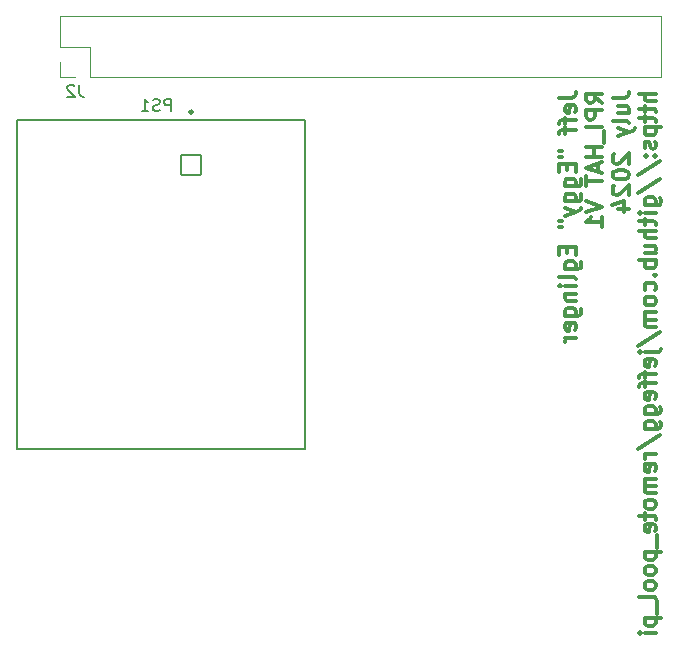
<source format=gbo>
G04 #@! TF.GenerationSoftware,KiCad,Pcbnew,8.0.0*
G04 #@! TF.CreationDate,2024-07-06T17:56:43-07:00*
G04 #@! TF.ProjectId,rpi_hat_v1,7270695f-6861-4745-9f76-312e6b696361,rev?*
G04 #@! TF.SameCoordinates,Original*
G04 #@! TF.FileFunction,Legend,Bot*
G04 #@! TF.FilePolarity,Positive*
%FSLAX46Y46*%
G04 Gerber Fmt 4.6, Leading zero omitted, Abs format (unit mm)*
G04 Created by KiCad (PCBNEW 8.0.0) date 2024-07-06 17:56:43*
%MOMM*%
%LPD*%
G01*
G04 APERTURE LIST*
G04 Aperture macros list*
%AMRoundRect*
0 Rectangle with rounded corners*
0 $1 Rounding radius*
0 $2 $3 $4 $5 $6 $7 $8 $9 X,Y pos of 4 corners*
0 Add a 4 corners polygon primitive as box body*
4,1,4,$2,$3,$4,$5,$6,$7,$8,$9,$2,$3,0*
0 Add four circle primitives for the rounded corners*
1,1,$1+$1,$2,$3*
1,1,$1+$1,$4,$5*
1,1,$1+$1,$6,$7*
1,1,$1+$1,$8,$9*
0 Add four rect primitives between the rounded corners*
20,1,$1+$1,$2,$3,$4,$5,0*
20,1,$1+$1,$4,$5,$6,$7,0*
20,1,$1+$1,$6,$7,$8,$9,0*
20,1,$1+$1,$8,$9,$2,$3,0*%
G04 Aperture macros list end*
%ADD10C,0.300000*%
%ADD11C,0.150000*%
%ADD12C,0.120000*%
%ADD13C,0.127000*%
%ADD14C,0.280000*%
%ADD15C,2.700000*%
%ADD16C,0.600000*%
%ADD17O,0.850000X0.600000*%
%ADD18O,1.300000X2.300000*%
%ADD19O,1.300000X2.600000*%
%ADD20R,1.700000X1.700000*%
%ADD21O,1.700000X1.700000*%
%ADD22C,1.270000*%
%ADD23C,3.810000*%
%ADD24RoundRect,0.102000X0.855000X0.855000X-0.855000X0.855000X-0.855000X-0.855000X0.855000X-0.855000X0*%
%ADD25C,1.914000*%
G04 APERTURE END LIST*
D10*
X149348243Y-51865896D02*
X150348243Y-51865896D01*
X150348243Y-51865896D02*
X150548243Y-51799229D01*
X150548243Y-51799229D02*
X150681577Y-51665896D01*
X150681577Y-51665896D02*
X150748243Y-51465896D01*
X150748243Y-51465896D02*
X150748243Y-51332563D01*
X150681577Y-53065896D02*
X150748243Y-52932563D01*
X150748243Y-52932563D02*
X150748243Y-52665896D01*
X150748243Y-52665896D02*
X150681577Y-52532563D01*
X150681577Y-52532563D02*
X150548243Y-52465896D01*
X150548243Y-52465896D02*
X150014910Y-52465896D01*
X150014910Y-52465896D02*
X149881577Y-52532563D01*
X149881577Y-52532563D02*
X149814910Y-52665896D01*
X149814910Y-52665896D02*
X149814910Y-52932563D01*
X149814910Y-52932563D02*
X149881577Y-53065896D01*
X149881577Y-53065896D02*
X150014910Y-53132563D01*
X150014910Y-53132563D02*
X150148243Y-53132563D01*
X150148243Y-53132563D02*
X150281577Y-52465896D01*
X149814910Y-53532563D02*
X149814910Y-54065896D01*
X150748243Y-53732563D02*
X149548243Y-53732563D01*
X149548243Y-53732563D02*
X149414910Y-53799230D01*
X149414910Y-53799230D02*
X149348243Y-53932563D01*
X149348243Y-53932563D02*
X149348243Y-54065896D01*
X149814910Y-54332563D02*
X149814910Y-54865896D01*
X150748243Y-54532563D02*
X149548243Y-54532563D01*
X149548243Y-54532563D02*
X149414910Y-54599230D01*
X149414910Y-54599230D02*
X149348243Y-54732563D01*
X149348243Y-54732563D02*
X149348243Y-54865896D01*
X149348243Y-56332563D02*
X149614910Y-56332563D01*
X149348243Y-56865897D02*
X149614910Y-56865897D01*
X150014910Y-57465897D02*
X150014910Y-57932564D01*
X150748243Y-58132564D02*
X150748243Y-57465897D01*
X150748243Y-57465897D02*
X149348243Y-57465897D01*
X149348243Y-57465897D02*
X149348243Y-58132564D01*
X149814910Y-59332564D02*
X150948243Y-59332564D01*
X150948243Y-59332564D02*
X151081577Y-59265897D01*
X151081577Y-59265897D02*
X151148243Y-59199231D01*
X151148243Y-59199231D02*
X151214910Y-59065897D01*
X151214910Y-59065897D02*
X151214910Y-58865897D01*
X151214910Y-58865897D02*
X151148243Y-58732564D01*
X150681577Y-59332564D02*
X150748243Y-59199231D01*
X150748243Y-59199231D02*
X150748243Y-58932564D01*
X150748243Y-58932564D02*
X150681577Y-58799231D01*
X150681577Y-58799231D02*
X150614910Y-58732564D01*
X150614910Y-58732564D02*
X150481577Y-58665897D01*
X150481577Y-58665897D02*
X150081577Y-58665897D01*
X150081577Y-58665897D02*
X149948243Y-58732564D01*
X149948243Y-58732564D02*
X149881577Y-58799231D01*
X149881577Y-58799231D02*
X149814910Y-58932564D01*
X149814910Y-58932564D02*
X149814910Y-59199231D01*
X149814910Y-59199231D02*
X149881577Y-59332564D01*
X149814910Y-60599231D02*
X150948243Y-60599231D01*
X150948243Y-60599231D02*
X151081577Y-60532564D01*
X151081577Y-60532564D02*
X151148243Y-60465898D01*
X151148243Y-60465898D02*
X151214910Y-60332564D01*
X151214910Y-60332564D02*
X151214910Y-60132564D01*
X151214910Y-60132564D02*
X151148243Y-59999231D01*
X150681577Y-60599231D02*
X150748243Y-60465898D01*
X150748243Y-60465898D02*
X150748243Y-60199231D01*
X150748243Y-60199231D02*
X150681577Y-60065898D01*
X150681577Y-60065898D02*
X150614910Y-59999231D01*
X150614910Y-59999231D02*
X150481577Y-59932564D01*
X150481577Y-59932564D02*
X150081577Y-59932564D01*
X150081577Y-59932564D02*
X149948243Y-59999231D01*
X149948243Y-59999231D02*
X149881577Y-60065898D01*
X149881577Y-60065898D02*
X149814910Y-60199231D01*
X149814910Y-60199231D02*
X149814910Y-60465898D01*
X149814910Y-60465898D02*
X149881577Y-60599231D01*
X149814910Y-61132565D02*
X150748243Y-61465898D01*
X149814910Y-61799231D02*
X150748243Y-61465898D01*
X150748243Y-61465898D02*
X151081577Y-61332565D01*
X151081577Y-61332565D02*
X151148243Y-61265898D01*
X151148243Y-61265898D02*
X151214910Y-61132565D01*
X149348243Y-62265898D02*
X149614910Y-62265898D01*
X149348243Y-62799232D02*
X149614910Y-62799232D01*
X150014910Y-64465899D02*
X150014910Y-64932566D01*
X150748243Y-65132566D02*
X150748243Y-64465899D01*
X150748243Y-64465899D02*
X149348243Y-64465899D01*
X149348243Y-64465899D02*
X149348243Y-65132566D01*
X149814910Y-66332566D02*
X150948243Y-66332566D01*
X150948243Y-66332566D02*
X151081577Y-66265899D01*
X151081577Y-66265899D02*
X151148243Y-66199233D01*
X151148243Y-66199233D02*
X151214910Y-66065899D01*
X151214910Y-66065899D02*
X151214910Y-65865899D01*
X151214910Y-65865899D02*
X151148243Y-65732566D01*
X150681577Y-66332566D02*
X150748243Y-66199233D01*
X150748243Y-66199233D02*
X150748243Y-65932566D01*
X150748243Y-65932566D02*
X150681577Y-65799233D01*
X150681577Y-65799233D02*
X150614910Y-65732566D01*
X150614910Y-65732566D02*
X150481577Y-65665899D01*
X150481577Y-65665899D02*
X150081577Y-65665899D01*
X150081577Y-65665899D02*
X149948243Y-65732566D01*
X149948243Y-65732566D02*
X149881577Y-65799233D01*
X149881577Y-65799233D02*
X149814910Y-65932566D01*
X149814910Y-65932566D02*
X149814910Y-66199233D01*
X149814910Y-66199233D02*
X149881577Y-66332566D01*
X150748243Y-67199233D02*
X150681577Y-67065900D01*
X150681577Y-67065900D02*
X150548243Y-66999233D01*
X150548243Y-66999233D02*
X149348243Y-66999233D01*
X150748243Y-67732566D02*
X149814910Y-67732566D01*
X149348243Y-67732566D02*
X149414910Y-67665899D01*
X149414910Y-67665899D02*
X149481577Y-67732566D01*
X149481577Y-67732566D02*
X149414910Y-67799233D01*
X149414910Y-67799233D02*
X149348243Y-67732566D01*
X149348243Y-67732566D02*
X149481577Y-67732566D01*
X149814910Y-68399233D02*
X150748243Y-68399233D01*
X149948243Y-68399233D02*
X149881577Y-68465900D01*
X149881577Y-68465900D02*
X149814910Y-68599233D01*
X149814910Y-68599233D02*
X149814910Y-68799233D01*
X149814910Y-68799233D02*
X149881577Y-68932566D01*
X149881577Y-68932566D02*
X150014910Y-68999233D01*
X150014910Y-68999233D02*
X150748243Y-68999233D01*
X149814910Y-70265900D02*
X150948243Y-70265900D01*
X150948243Y-70265900D02*
X151081577Y-70199233D01*
X151081577Y-70199233D02*
X151148243Y-70132567D01*
X151148243Y-70132567D02*
X151214910Y-69999233D01*
X151214910Y-69999233D02*
X151214910Y-69799233D01*
X151214910Y-69799233D02*
X151148243Y-69665900D01*
X150681577Y-70265900D02*
X150748243Y-70132567D01*
X150748243Y-70132567D02*
X150748243Y-69865900D01*
X150748243Y-69865900D02*
X150681577Y-69732567D01*
X150681577Y-69732567D02*
X150614910Y-69665900D01*
X150614910Y-69665900D02*
X150481577Y-69599233D01*
X150481577Y-69599233D02*
X150081577Y-69599233D01*
X150081577Y-69599233D02*
X149948243Y-69665900D01*
X149948243Y-69665900D02*
X149881577Y-69732567D01*
X149881577Y-69732567D02*
X149814910Y-69865900D01*
X149814910Y-69865900D02*
X149814910Y-70132567D01*
X149814910Y-70132567D02*
X149881577Y-70265900D01*
X150681577Y-71465900D02*
X150748243Y-71332567D01*
X150748243Y-71332567D02*
X150748243Y-71065900D01*
X150748243Y-71065900D02*
X150681577Y-70932567D01*
X150681577Y-70932567D02*
X150548243Y-70865900D01*
X150548243Y-70865900D02*
X150014910Y-70865900D01*
X150014910Y-70865900D02*
X149881577Y-70932567D01*
X149881577Y-70932567D02*
X149814910Y-71065900D01*
X149814910Y-71065900D02*
X149814910Y-71332567D01*
X149814910Y-71332567D02*
X149881577Y-71465900D01*
X149881577Y-71465900D02*
X150014910Y-71532567D01*
X150014910Y-71532567D02*
X150148243Y-71532567D01*
X150148243Y-71532567D02*
X150281577Y-70865900D01*
X150748243Y-72132567D02*
X149814910Y-72132567D01*
X150081577Y-72132567D02*
X149948243Y-72199234D01*
X149948243Y-72199234D02*
X149881577Y-72265900D01*
X149881577Y-72265900D02*
X149814910Y-72399234D01*
X149814910Y-72399234D02*
X149814910Y-72532567D01*
X153002165Y-52265896D02*
X152335499Y-51799229D01*
X153002165Y-51465896D02*
X151602165Y-51465896D01*
X151602165Y-51465896D02*
X151602165Y-51999229D01*
X151602165Y-51999229D02*
X151668832Y-52132563D01*
X151668832Y-52132563D02*
X151735499Y-52199229D01*
X151735499Y-52199229D02*
X151868832Y-52265896D01*
X151868832Y-52265896D02*
X152068832Y-52265896D01*
X152068832Y-52265896D02*
X152202165Y-52199229D01*
X152202165Y-52199229D02*
X152268832Y-52132563D01*
X152268832Y-52132563D02*
X152335499Y-51999229D01*
X152335499Y-51999229D02*
X152335499Y-51465896D01*
X153002165Y-52865896D02*
X151602165Y-52865896D01*
X151602165Y-52865896D02*
X151602165Y-53399229D01*
X151602165Y-53399229D02*
X151668832Y-53532563D01*
X151668832Y-53532563D02*
X151735499Y-53599229D01*
X151735499Y-53599229D02*
X151868832Y-53665896D01*
X151868832Y-53665896D02*
X152068832Y-53665896D01*
X152068832Y-53665896D02*
X152202165Y-53599229D01*
X152202165Y-53599229D02*
X152268832Y-53532563D01*
X152268832Y-53532563D02*
X152335499Y-53399229D01*
X152335499Y-53399229D02*
X152335499Y-52865896D01*
X153002165Y-54265896D02*
X151602165Y-54265896D01*
X153135499Y-54599230D02*
X153135499Y-55665896D01*
X153002165Y-55999230D02*
X151602165Y-55999230D01*
X152268832Y-55999230D02*
X152268832Y-56799230D01*
X153002165Y-56799230D02*
X151602165Y-56799230D01*
X152602165Y-57399230D02*
X152602165Y-58065897D01*
X153002165Y-57265897D02*
X151602165Y-57732564D01*
X151602165Y-57732564D02*
X153002165Y-58199230D01*
X151602165Y-58465897D02*
X151602165Y-59265897D01*
X153002165Y-58865897D02*
X151602165Y-58865897D01*
X151602165Y-60599231D02*
X153002165Y-61065898D01*
X153002165Y-61065898D02*
X151602165Y-61532564D01*
X153002165Y-62732564D02*
X153002165Y-61932564D01*
X153002165Y-62332564D02*
X151602165Y-62332564D01*
X151602165Y-62332564D02*
X151802165Y-62199231D01*
X151802165Y-62199231D02*
X151935499Y-62065898D01*
X151935499Y-62065898D02*
X152002165Y-61932564D01*
X153856087Y-51865896D02*
X154856087Y-51865896D01*
X154856087Y-51865896D02*
X155056087Y-51799229D01*
X155056087Y-51799229D02*
X155189421Y-51665896D01*
X155189421Y-51665896D02*
X155256087Y-51465896D01*
X155256087Y-51465896D02*
X155256087Y-51332563D01*
X154322754Y-53132563D02*
X155256087Y-53132563D01*
X154322754Y-52532563D02*
X155056087Y-52532563D01*
X155056087Y-52532563D02*
X155189421Y-52599230D01*
X155189421Y-52599230D02*
X155256087Y-52732563D01*
X155256087Y-52732563D02*
X155256087Y-52932563D01*
X155256087Y-52932563D02*
X155189421Y-53065896D01*
X155189421Y-53065896D02*
X155122754Y-53132563D01*
X155256087Y-53999230D02*
X155189421Y-53865897D01*
X155189421Y-53865897D02*
X155056087Y-53799230D01*
X155056087Y-53799230D02*
X153856087Y-53799230D01*
X154322754Y-54399230D02*
X155256087Y-54732563D01*
X154322754Y-55065896D02*
X155256087Y-54732563D01*
X155256087Y-54732563D02*
X155589421Y-54599230D01*
X155589421Y-54599230D02*
X155656087Y-54532563D01*
X155656087Y-54532563D02*
X155722754Y-54399230D01*
X153989421Y-56599230D02*
X153922754Y-56665897D01*
X153922754Y-56665897D02*
X153856087Y-56799230D01*
X153856087Y-56799230D02*
X153856087Y-57132564D01*
X153856087Y-57132564D02*
X153922754Y-57265897D01*
X153922754Y-57265897D02*
X153989421Y-57332564D01*
X153989421Y-57332564D02*
X154122754Y-57399230D01*
X154122754Y-57399230D02*
X154256087Y-57399230D01*
X154256087Y-57399230D02*
X154456087Y-57332564D01*
X154456087Y-57332564D02*
X155256087Y-56532564D01*
X155256087Y-56532564D02*
X155256087Y-57399230D01*
X153856087Y-58265897D02*
X153856087Y-58399230D01*
X153856087Y-58399230D02*
X153922754Y-58532563D01*
X153922754Y-58532563D02*
X153989421Y-58599230D01*
X153989421Y-58599230D02*
X154122754Y-58665897D01*
X154122754Y-58665897D02*
X154389421Y-58732563D01*
X154389421Y-58732563D02*
X154722754Y-58732563D01*
X154722754Y-58732563D02*
X154989421Y-58665897D01*
X154989421Y-58665897D02*
X155122754Y-58599230D01*
X155122754Y-58599230D02*
X155189421Y-58532563D01*
X155189421Y-58532563D02*
X155256087Y-58399230D01*
X155256087Y-58399230D02*
X155256087Y-58265897D01*
X155256087Y-58265897D02*
X155189421Y-58132563D01*
X155189421Y-58132563D02*
X155122754Y-58065897D01*
X155122754Y-58065897D02*
X154989421Y-57999230D01*
X154989421Y-57999230D02*
X154722754Y-57932563D01*
X154722754Y-57932563D02*
X154389421Y-57932563D01*
X154389421Y-57932563D02*
X154122754Y-57999230D01*
X154122754Y-57999230D02*
X153989421Y-58065897D01*
X153989421Y-58065897D02*
X153922754Y-58132563D01*
X153922754Y-58132563D02*
X153856087Y-58265897D01*
X153989421Y-59265896D02*
X153922754Y-59332563D01*
X153922754Y-59332563D02*
X153856087Y-59465896D01*
X153856087Y-59465896D02*
X153856087Y-59799230D01*
X153856087Y-59799230D02*
X153922754Y-59932563D01*
X153922754Y-59932563D02*
X153989421Y-59999230D01*
X153989421Y-59999230D02*
X154122754Y-60065896D01*
X154122754Y-60065896D02*
X154256087Y-60065896D01*
X154256087Y-60065896D02*
X154456087Y-59999230D01*
X154456087Y-59999230D02*
X155256087Y-59199230D01*
X155256087Y-59199230D02*
X155256087Y-60065896D01*
X154322754Y-61265896D02*
X155256087Y-61265896D01*
X153789421Y-60932563D02*
X154789421Y-60599229D01*
X154789421Y-60599229D02*
X154789421Y-61465896D01*
X157510009Y-51465896D02*
X156110009Y-51465896D01*
X157510009Y-52065896D02*
X156776676Y-52065896D01*
X156776676Y-52065896D02*
X156643343Y-51999229D01*
X156643343Y-51999229D02*
X156576676Y-51865896D01*
X156576676Y-51865896D02*
X156576676Y-51665896D01*
X156576676Y-51665896D02*
X156643343Y-51532563D01*
X156643343Y-51532563D02*
X156710009Y-51465896D01*
X156576676Y-52532563D02*
X156576676Y-53065896D01*
X156110009Y-52732563D02*
X157310009Y-52732563D01*
X157310009Y-52732563D02*
X157443343Y-52799230D01*
X157443343Y-52799230D02*
X157510009Y-52932563D01*
X157510009Y-52932563D02*
X157510009Y-53065896D01*
X156576676Y-53332563D02*
X156576676Y-53865896D01*
X156110009Y-53532563D02*
X157310009Y-53532563D01*
X157310009Y-53532563D02*
X157443343Y-53599230D01*
X157443343Y-53599230D02*
X157510009Y-53732563D01*
X157510009Y-53732563D02*
X157510009Y-53865896D01*
X156576676Y-54332563D02*
X157976676Y-54332563D01*
X156643343Y-54332563D02*
X156576676Y-54465896D01*
X156576676Y-54465896D02*
X156576676Y-54732563D01*
X156576676Y-54732563D02*
X156643343Y-54865896D01*
X156643343Y-54865896D02*
X156710009Y-54932563D01*
X156710009Y-54932563D02*
X156843343Y-54999230D01*
X156843343Y-54999230D02*
X157243343Y-54999230D01*
X157243343Y-54999230D02*
X157376676Y-54932563D01*
X157376676Y-54932563D02*
X157443343Y-54865896D01*
X157443343Y-54865896D02*
X157510009Y-54732563D01*
X157510009Y-54732563D02*
X157510009Y-54465896D01*
X157510009Y-54465896D02*
X157443343Y-54332563D01*
X157443343Y-55532563D02*
X157510009Y-55665897D01*
X157510009Y-55665897D02*
X157510009Y-55932563D01*
X157510009Y-55932563D02*
X157443343Y-56065897D01*
X157443343Y-56065897D02*
X157310009Y-56132563D01*
X157310009Y-56132563D02*
X157243343Y-56132563D01*
X157243343Y-56132563D02*
X157110009Y-56065897D01*
X157110009Y-56065897D02*
X157043343Y-55932563D01*
X157043343Y-55932563D02*
X157043343Y-55732563D01*
X157043343Y-55732563D02*
X156976676Y-55599230D01*
X156976676Y-55599230D02*
X156843343Y-55532563D01*
X156843343Y-55532563D02*
X156776676Y-55532563D01*
X156776676Y-55532563D02*
X156643343Y-55599230D01*
X156643343Y-55599230D02*
X156576676Y-55732563D01*
X156576676Y-55732563D02*
X156576676Y-55932563D01*
X156576676Y-55932563D02*
X156643343Y-56065897D01*
X157376676Y-56732563D02*
X157443343Y-56799230D01*
X157443343Y-56799230D02*
X157510009Y-56732563D01*
X157510009Y-56732563D02*
X157443343Y-56665896D01*
X157443343Y-56665896D02*
X157376676Y-56732563D01*
X157376676Y-56732563D02*
X157510009Y-56732563D01*
X156643343Y-56732563D02*
X156710009Y-56799230D01*
X156710009Y-56799230D02*
X156776676Y-56732563D01*
X156776676Y-56732563D02*
X156710009Y-56665896D01*
X156710009Y-56665896D02*
X156643343Y-56732563D01*
X156643343Y-56732563D02*
X156776676Y-56732563D01*
X156043343Y-58399230D02*
X157843343Y-57199230D01*
X156043343Y-59865897D02*
X157843343Y-58665897D01*
X156576676Y-60932564D02*
X157710009Y-60932564D01*
X157710009Y-60932564D02*
X157843343Y-60865897D01*
X157843343Y-60865897D02*
X157910009Y-60799231D01*
X157910009Y-60799231D02*
X157976676Y-60665897D01*
X157976676Y-60665897D02*
X157976676Y-60465897D01*
X157976676Y-60465897D02*
X157910009Y-60332564D01*
X157443343Y-60932564D02*
X157510009Y-60799231D01*
X157510009Y-60799231D02*
X157510009Y-60532564D01*
X157510009Y-60532564D02*
X157443343Y-60399231D01*
X157443343Y-60399231D02*
X157376676Y-60332564D01*
X157376676Y-60332564D02*
X157243343Y-60265897D01*
X157243343Y-60265897D02*
X156843343Y-60265897D01*
X156843343Y-60265897D02*
X156710009Y-60332564D01*
X156710009Y-60332564D02*
X156643343Y-60399231D01*
X156643343Y-60399231D02*
X156576676Y-60532564D01*
X156576676Y-60532564D02*
X156576676Y-60799231D01*
X156576676Y-60799231D02*
X156643343Y-60932564D01*
X157510009Y-61599231D02*
X156576676Y-61599231D01*
X156110009Y-61599231D02*
X156176676Y-61532564D01*
X156176676Y-61532564D02*
X156243343Y-61599231D01*
X156243343Y-61599231D02*
X156176676Y-61665898D01*
X156176676Y-61665898D02*
X156110009Y-61599231D01*
X156110009Y-61599231D02*
X156243343Y-61599231D01*
X156576676Y-62065898D02*
X156576676Y-62599231D01*
X156110009Y-62265898D02*
X157310009Y-62265898D01*
X157310009Y-62265898D02*
X157443343Y-62332565D01*
X157443343Y-62332565D02*
X157510009Y-62465898D01*
X157510009Y-62465898D02*
X157510009Y-62599231D01*
X157510009Y-63065898D02*
X156110009Y-63065898D01*
X157510009Y-63665898D02*
X156776676Y-63665898D01*
X156776676Y-63665898D02*
X156643343Y-63599231D01*
X156643343Y-63599231D02*
X156576676Y-63465898D01*
X156576676Y-63465898D02*
X156576676Y-63265898D01*
X156576676Y-63265898D02*
X156643343Y-63132565D01*
X156643343Y-63132565D02*
X156710009Y-63065898D01*
X156576676Y-64932565D02*
X157510009Y-64932565D01*
X156576676Y-64332565D02*
X157310009Y-64332565D01*
X157310009Y-64332565D02*
X157443343Y-64399232D01*
X157443343Y-64399232D02*
X157510009Y-64532565D01*
X157510009Y-64532565D02*
X157510009Y-64732565D01*
X157510009Y-64732565D02*
X157443343Y-64865898D01*
X157443343Y-64865898D02*
X157376676Y-64932565D01*
X157510009Y-65599232D02*
X156110009Y-65599232D01*
X156643343Y-65599232D02*
X156576676Y-65732565D01*
X156576676Y-65732565D02*
X156576676Y-65999232D01*
X156576676Y-65999232D02*
X156643343Y-66132565D01*
X156643343Y-66132565D02*
X156710009Y-66199232D01*
X156710009Y-66199232D02*
X156843343Y-66265899D01*
X156843343Y-66265899D02*
X157243343Y-66265899D01*
X157243343Y-66265899D02*
X157376676Y-66199232D01*
X157376676Y-66199232D02*
X157443343Y-66132565D01*
X157443343Y-66132565D02*
X157510009Y-65999232D01*
X157510009Y-65999232D02*
X157510009Y-65732565D01*
X157510009Y-65732565D02*
X157443343Y-65599232D01*
X157376676Y-66865899D02*
X157443343Y-66932566D01*
X157443343Y-66932566D02*
X157510009Y-66865899D01*
X157510009Y-66865899D02*
X157443343Y-66799232D01*
X157443343Y-66799232D02*
X157376676Y-66865899D01*
X157376676Y-66865899D02*
X157510009Y-66865899D01*
X157443343Y-68132566D02*
X157510009Y-67999233D01*
X157510009Y-67999233D02*
X157510009Y-67732566D01*
X157510009Y-67732566D02*
X157443343Y-67599233D01*
X157443343Y-67599233D02*
X157376676Y-67532566D01*
X157376676Y-67532566D02*
X157243343Y-67465899D01*
X157243343Y-67465899D02*
X156843343Y-67465899D01*
X156843343Y-67465899D02*
X156710009Y-67532566D01*
X156710009Y-67532566D02*
X156643343Y-67599233D01*
X156643343Y-67599233D02*
X156576676Y-67732566D01*
X156576676Y-67732566D02*
X156576676Y-67999233D01*
X156576676Y-67999233D02*
X156643343Y-68132566D01*
X157510009Y-68932566D02*
X157443343Y-68799233D01*
X157443343Y-68799233D02*
X157376676Y-68732566D01*
X157376676Y-68732566D02*
X157243343Y-68665899D01*
X157243343Y-68665899D02*
X156843343Y-68665899D01*
X156843343Y-68665899D02*
X156710009Y-68732566D01*
X156710009Y-68732566D02*
X156643343Y-68799233D01*
X156643343Y-68799233D02*
X156576676Y-68932566D01*
X156576676Y-68932566D02*
X156576676Y-69132566D01*
X156576676Y-69132566D02*
X156643343Y-69265899D01*
X156643343Y-69265899D02*
X156710009Y-69332566D01*
X156710009Y-69332566D02*
X156843343Y-69399233D01*
X156843343Y-69399233D02*
X157243343Y-69399233D01*
X157243343Y-69399233D02*
X157376676Y-69332566D01*
X157376676Y-69332566D02*
X157443343Y-69265899D01*
X157443343Y-69265899D02*
X157510009Y-69132566D01*
X157510009Y-69132566D02*
X157510009Y-68932566D01*
X157510009Y-69999233D02*
X156576676Y-69999233D01*
X156710009Y-69999233D02*
X156643343Y-70065900D01*
X156643343Y-70065900D02*
X156576676Y-70199233D01*
X156576676Y-70199233D02*
X156576676Y-70399233D01*
X156576676Y-70399233D02*
X156643343Y-70532566D01*
X156643343Y-70532566D02*
X156776676Y-70599233D01*
X156776676Y-70599233D02*
X157510009Y-70599233D01*
X156776676Y-70599233D02*
X156643343Y-70665900D01*
X156643343Y-70665900D02*
X156576676Y-70799233D01*
X156576676Y-70799233D02*
X156576676Y-70999233D01*
X156576676Y-70999233D02*
X156643343Y-71132566D01*
X156643343Y-71132566D02*
X156776676Y-71199233D01*
X156776676Y-71199233D02*
X157510009Y-71199233D01*
X156043343Y-72865900D02*
X157843343Y-71665900D01*
X156576676Y-73332567D02*
X157776676Y-73332567D01*
X157776676Y-73332567D02*
X157910009Y-73265900D01*
X157910009Y-73265900D02*
X157976676Y-73132567D01*
X157976676Y-73132567D02*
X157976676Y-73065900D01*
X156110009Y-73332567D02*
X156176676Y-73265900D01*
X156176676Y-73265900D02*
X156243343Y-73332567D01*
X156243343Y-73332567D02*
X156176676Y-73399234D01*
X156176676Y-73399234D02*
X156110009Y-73332567D01*
X156110009Y-73332567D02*
X156243343Y-73332567D01*
X157443343Y-74532567D02*
X157510009Y-74399234D01*
X157510009Y-74399234D02*
X157510009Y-74132567D01*
X157510009Y-74132567D02*
X157443343Y-73999234D01*
X157443343Y-73999234D02*
X157310009Y-73932567D01*
X157310009Y-73932567D02*
X156776676Y-73932567D01*
X156776676Y-73932567D02*
X156643343Y-73999234D01*
X156643343Y-73999234D02*
X156576676Y-74132567D01*
X156576676Y-74132567D02*
X156576676Y-74399234D01*
X156576676Y-74399234D02*
X156643343Y-74532567D01*
X156643343Y-74532567D02*
X156776676Y-74599234D01*
X156776676Y-74599234D02*
X156910009Y-74599234D01*
X156910009Y-74599234D02*
X157043343Y-73932567D01*
X156576676Y-74999234D02*
X156576676Y-75532567D01*
X157510009Y-75199234D02*
X156310009Y-75199234D01*
X156310009Y-75199234D02*
X156176676Y-75265901D01*
X156176676Y-75265901D02*
X156110009Y-75399234D01*
X156110009Y-75399234D02*
X156110009Y-75532567D01*
X156576676Y-75799234D02*
X156576676Y-76332567D01*
X157510009Y-75999234D02*
X156310009Y-75999234D01*
X156310009Y-75999234D02*
X156176676Y-76065901D01*
X156176676Y-76065901D02*
X156110009Y-76199234D01*
X156110009Y-76199234D02*
X156110009Y-76332567D01*
X157443343Y-77332567D02*
X157510009Y-77199234D01*
X157510009Y-77199234D02*
X157510009Y-76932567D01*
X157510009Y-76932567D02*
X157443343Y-76799234D01*
X157443343Y-76799234D02*
X157310009Y-76732567D01*
X157310009Y-76732567D02*
X156776676Y-76732567D01*
X156776676Y-76732567D02*
X156643343Y-76799234D01*
X156643343Y-76799234D02*
X156576676Y-76932567D01*
X156576676Y-76932567D02*
X156576676Y-77199234D01*
X156576676Y-77199234D02*
X156643343Y-77332567D01*
X156643343Y-77332567D02*
X156776676Y-77399234D01*
X156776676Y-77399234D02*
X156910009Y-77399234D01*
X156910009Y-77399234D02*
X157043343Y-76732567D01*
X156576676Y-78599234D02*
X157710009Y-78599234D01*
X157710009Y-78599234D02*
X157843343Y-78532567D01*
X157843343Y-78532567D02*
X157910009Y-78465901D01*
X157910009Y-78465901D02*
X157976676Y-78332567D01*
X157976676Y-78332567D02*
X157976676Y-78132567D01*
X157976676Y-78132567D02*
X157910009Y-77999234D01*
X157443343Y-78599234D02*
X157510009Y-78465901D01*
X157510009Y-78465901D02*
X157510009Y-78199234D01*
X157510009Y-78199234D02*
X157443343Y-78065901D01*
X157443343Y-78065901D02*
X157376676Y-77999234D01*
X157376676Y-77999234D02*
X157243343Y-77932567D01*
X157243343Y-77932567D02*
X156843343Y-77932567D01*
X156843343Y-77932567D02*
X156710009Y-77999234D01*
X156710009Y-77999234D02*
X156643343Y-78065901D01*
X156643343Y-78065901D02*
X156576676Y-78199234D01*
X156576676Y-78199234D02*
X156576676Y-78465901D01*
X156576676Y-78465901D02*
X156643343Y-78599234D01*
X156576676Y-79865901D02*
X157710009Y-79865901D01*
X157710009Y-79865901D02*
X157843343Y-79799234D01*
X157843343Y-79799234D02*
X157910009Y-79732568D01*
X157910009Y-79732568D02*
X157976676Y-79599234D01*
X157976676Y-79599234D02*
X157976676Y-79399234D01*
X157976676Y-79399234D02*
X157910009Y-79265901D01*
X157443343Y-79865901D02*
X157510009Y-79732568D01*
X157510009Y-79732568D02*
X157510009Y-79465901D01*
X157510009Y-79465901D02*
X157443343Y-79332568D01*
X157443343Y-79332568D02*
X157376676Y-79265901D01*
X157376676Y-79265901D02*
X157243343Y-79199234D01*
X157243343Y-79199234D02*
X156843343Y-79199234D01*
X156843343Y-79199234D02*
X156710009Y-79265901D01*
X156710009Y-79265901D02*
X156643343Y-79332568D01*
X156643343Y-79332568D02*
X156576676Y-79465901D01*
X156576676Y-79465901D02*
X156576676Y-79732568D01*
X156576676Y-79732568D02*
X156643343Y-79865901D01*
X156043343Y-81532568D02*
X157843343Y-80332568D01*
X157510009Y-81999235D02*
X156576676Y-81999235D01*
X156843343Y-81999235D02*
X156710009Y-82065902D01*
X156710009Y-82065902D02*
X156643343Y-82132568D01*
X156643343Y-82132568D02*
X156576676Y-82265902D01*
X156576676Y-82265902D02*
X156576676Y-82399235D01*
X157443343Y-83399235D02*
X157510009Y-83265902D01*
X157510009Y-83265902D02*
X157510009Y-82999235D01*
X157510009Y-82999235D02*
X157443343Y-82865902D01*
X157443343Y-82865902D02*
X157310009Y-82799235D01*
X157310009Y-82799235D02*
X156776676Y-82799235D01*
X156776676Y-82799235D02*
X156643343Y-82865902D01*
X156643343Y-82865902D02*
X156576676Y-82999235D01*
X156576676Y-82999235D02*
X156576676Y-83265902D01*
X156576676Y-83265902D02*
X156643343Y-83399235D01*
X156643343Y-83399235D02*
X156776676Y-83465902D01*
X156776676Y-83465902D02*
X156910009Y-83465902D01*
X156910009Y-83465902D02*
X157043343Y-82799235D01*
X157510009Y-84065902D02*
X156576676Y-84065902D01*
X156710009Y-84065902D02*
X156643343Y-84132569D01*
X156643343Y-84132569D02*
X156576676Y-84265902D01*
X156576676Y-84265902D02*
X156576676Y-84465902D01*
X156576676Y-84465902D02*
X156643343Y-84599235D01*
X156643343Y-84599235D02*
X156776676Y-84665902D01*
X156776676Y-84665902D02*
X157510009Y-84665902D01*
X156776676Y-84665902D02*
X156643343Y-84732569D01*
X156643343Y-84732569D02*
X156576676Y-84865902D01*
X156576676Y-84865902D02*
X156576676Y-85065902D01*
X156576676Y-85065902D02*
X156643343Y-85199235D01*
X156643343Y-85199235D02*
X156776676Y-85265902D01*
X156776676Y-85265902D02*
X157510009Y-85265902D01*
X157510009Y-86132569D02*
X157443343Y-85999236D01*
X157443343Y-85999236D02*
X157376676Y-85932569D01*
X157376676Y-85932569D02*
X157243343Y-85865902D01*
X157243343Y-85865902D02*
X156843343Y-85865902D01*
X156843343Y-85865902D02*
X156710009Y-85932569D01*
X156710009Y-85932569D02*
X156643343Y-85999236D01*
X156643343Y-85999236D02*
X156576676Y-86132569D01*
X156576676Y-86132569D02*
X156576676Y-86332569D01*
X156576676Y-86332569D02*
X156643343Y-86465902D01*
X156643343Y-86465902D02*
X156710009Y-86532569D01*
X156710009Y-86532569D02*
X156843343Y-86599236D01*
X156843343Y-86599236D02*
X157243343Y-86599236D01*
X157243343Y-86599236D02*
X157376676Y-86532569D01*
X157376676Y-86532569D02*
X157443343Y-86465902D01*
X157443343Y-86465902D02*
X157510009Y-86332569D01*
X157510009Y-86332569D02*
X157510009Y-86132569D01*
X156576676Y-86999236D02*
X156576676Y-87532569D01*
X156110009Y-87199236D02*
X157310009Y-87199236D01*
X157310009Y-87199236D02*
X157443343Y-87265903D01*
X157443343Y-87265903D02*
X157510009Y-87399236D01*
X157510009Y-87399236D02*
X157510009Y-87532569D01*
X157443343Y-88532569D02*
X157510009Y-88399236D01*
X157510009Y-88399236D02*
X157510009Y-88132569D01*
X157510009Y-88132569D02*
X157443343Y-87999236D01*
X157443343Y-87999236D02*
X157310009Y-87932569D01*
X157310009Y-87932569D02*
X156776676Y-87932569D01*
X156776676Y-87932569D02*
X156643343Y-87999236D01*
X156643343Y-87999236D02*
X156576676Y-88132569D01*
X156576676Y-88132569D02*
X156576676Y-88399236D01*
X156576676Y-88399236D02*
X156643343Y-88532569D01*
X156643343Y-88532569D02*
X156776676Y-88599236D01*
X156776676Y-88599236D02*
X156910009Y-88599236D01*
X156910009Y-88599236D02*
X157043343Y-87932569D01*
X157643343Y-88865903D02*
X157643343Y-89932569D01*
X156576676Y-90265903D02*
X157976676Y-90265903D01*
X156643343Y-90265903D02*
X156576676Y-90399236D01*
X156576676Y-90399236D02*
X156576676Y-90665903D01*
X156576676Y-90665903D02*
X156643343Y-90799236D01*
X156643343Y-90799236D02*
X156710009Y-90865903D01*
X156710009Y-90865903D02*
X156843343Y-90932570D01*
X156843343Y-90932570D02*
X157243343Y-90932570D01*
X157243343Y-90932570D02*
X157376676Y-90865903D01*
X157376676Y-90865903D02*
X157443343Y-90799236D01*
X157443343Y-90799236D02*
X157510009Y-90665903D01*
X157510009Y-90665903D02*
X157510009Y-90399236D01*
X157510009Y-90399236D02*
X157443343Y-90265903D01*
X157510009Y-91732570D02*
X157443343Y-91599237D01*
X157443343Y-91599237D02*
X157376676Y-91532570D01*
X157376676Y-91532570D02*
X157243343Y-91465903D01*
X157243343Y-91465903D02*
X156843343Y-91465903D01*
X156843343Y-91465903D02*
X156710009Y-91532570D01*
X156710009Y-91532570D02*
X156643343Y-91599237D01*
X156643343Y-91599237D02*
X156576676Y-91732570D01*
X156576676Y-91732570D02*
X156576676Y-91932570D01*
X156576676Y-91932570D02*
X156643343Y-92065903D01*
X156643343Y-92065903D02*
X156710009Y-92132570D01*
X156710009Y-92132570D02*
X156843343Y-92199237D01*
X156843343Y-92199237D02*
X157243343Y-92199237D01*
X157243343Y-92199237D02*
X157376676Y-92132570D01*
X157376676Y-92132570D02*
X157443343Y-92065903D01*
X157443343Y-92065903D02*
X157510009Y-91932570D01*
X157510009Y-91932570D02*
X157510009Y-91732570D01*
X157510009Y-92999237D02*
X157443343Y-92865904D01*
X157443343Y-92865904D02*
X157376676Y-92799237D01*
X157376676Y-92799237D02*
X157243343Y-92732570D01*
X157243343Y-92732570D02*
X156843343Y-92732570D01*
X156843343Y-92732570D02*
X156710009Y-92799237D01*
X156710009Y-92799237D02*
X156643343Y-92865904D01*
X156643343Y-92865904D02*
X156576676Y-92999237D01*
X156576676Y-92999237D02*
X156576676Y-93199237D01*
X156576676Y-93199237D02*
X156643343Y-93332570D01*
X156643343Y-93332570D02*
X156710009Y-93399237D01*
X156710009Y-93399237D02*
X156843343Y-93465904D01*
X156843343Y-93465904D02*
X157243343Y-93465904D01*
X157243343Y-93465904D02*
X157376676Y-93399237D01*
X157376676Y-93399237D02*
X157443343Y-93332570D01*
X157443343Y-93332570D02*
X157510009Y-93199237D01*
X157510009Y-93199237D02*
X157510009Y-92999237D01*
X157510009Y-94265904D02*
X157443343Y-94132571D01*
X157443343Y-94132571D02*
X157310009Y-94065904D01*
X157310009Y-94065904D02*
X156110009Y-94065904D01*
X157643343Y-94465904D02*
X157643343Y-95532570D01*
X156576676Y-95865904D02*
X157976676Y-95865904D01*
X156643343Y-95865904D02*
X156576676Y-95999237D01*
X156576676Y-95999237D02*
X156576676Y-96265904D01*
X156576676Y-96265904D02*
X156643343Y-96399237D01*
X156643343Y-96399237D02*
X156710009Y-96465904D01*
X156710009Y-96465904D02*
X156843343Y-96532571D01*
X156843343Y-96532571D02*
X157243343Y-96532571D01*
X157243343Y-96532571D02*
X157376676Y-96465904D01*
X157376676Y-96465904D02*
X157443343Y-96399237D01*
X157443343Y-96399237D02*
X157510009Y-96265904D01*
X157510009Y-96265904D02*
X157510009Y-95999237D01*
X157510009Y-95999237D02*
X157443343Y-95865904D01*
X157510009Y-97132571D02*
X156576676Y-97132571D01*
X156110009Y-97132571D02*
X156176676Y-97065904D01*
X156176676Y-97065904D02*
X156243343Y-97132571D01*
X156243343Y-97132571D02*
X156176676Y-97199238D01*
X156176676Y-97199238D02*
X156110009Y-97132571D01*
X156110009Y-97132571D02*
X156243343Y-97132571D01*
D11*
X108703333Y-50724819D02*
X108703333Y-51439104D01*
X108703333Y-51439104D02*
X108750952Y-51581961D01*
X108750952Y-51581961D02*
X108846190Y-51677200D01*
X108846190Y-51677200D02*
X108989047Y-51724819D01*
X108989047Y-51724819D02*
X109084285Y-51724819D01*
X108274761Y-50820057D02*
X108227142Y-50772438D01*
X108227142Y-50772438D02*
X108131904Y-50724819D01*
X108131904Y-50724819D02*
X107893809Y-50724819D01*
X107893809Y-50724819D02*
X107798571Y-50772438D01*
X107798571Y-50772438D02*
X107750952Y-50820057D01*
X107750952Y-50820057D02*
X107703333Y-50915295D01*
X107703333Y-50915295D02*
X107703333Y-51010533D01*
X107703333Y-51010533D02*
X107750952Y-51153390D01*
X107750952Y-51153390D02*
X108322380Y-51724819D01*
X108322380Y-51724819D02*
X107703333Y-51724819D01*
X116464621Y-52929947D02*
X116464621Y-51929671D01*
X116464621Y-51929671D02*
X116083563Y-51929671D01*
X116083563Y-51929671D02*
X115988299Y-51977303D01*
X115988299Y-51977303D02*
X115940666Y-52024935D01*
X115940666Y-52024935D02*
X115893034Y-52120199D01*
X115893034Y-52120199D02*
X115893034Y-52263096D01*
X115893034Y-52263096D02*
X115940666Y-52358360D01*
X115940666Y-52358360D02*
X115988299Y-52405993D01*
X115988299Y-52405993D02*
X116083563Y-52453625D01*
X116083563Y-52453625D02*
X116464621Y-52453625D01*
X115511977Y-52882315D02*
X115369080Y-52929947D01*
X115369080Y-52929947D02*
X115130919Y-52929947D01*
X115130919Y-52929947D02*
X115035655Y-52882315D01*
X115035655Y-52882315D02*
X114988023Y-52834682D01*
X114988023Y-52834682D02*
X114940390Y-52739418D01*
X114940390Y-52739418D02*
X114940390Y-52644154D01*
X114940390Y-52644154D02*
X114988023Y-52548889D01*
X114988023Y-52548889D02*
X115035655Y-52501257D01*
X115035655Y-52501257D02*
X115130919Y-52453625D01*
X115130919Y-52453625D02*
X115321448Y-52405993D01*
X115321448Y-52405993D02*
X115416712Y-52358360D01*
X115416712Y-52358360D02*
X115464345Y-52310728D01*
X115464345Y-52310728D02*
X115511977Y-52215464D01*
X115511977Y-52215464D02*
X115511977Y-52120199D01*
X115511977Y-52120199D02*
X115464345Y-52024935D01*
X115464345Y-52024935D02*
X115416712Y-51977303D01*
X115416712Y-51977303D02*
X115321448Y-51929671D01*
X115321448Y-51929671D02*
X115083287Y-51929671D01*
X115083287Y-51929671D02*
X114940390Y-51977303D01*
X113987746Y-52929947D02*
X114559333Y-52929947D01*
X114273540Y-52929947D02*
X114273540Y-51929671D01*
X114273540Y-51929671D02*
X114368804Y-52072567D01*
X114368804Y-52072567D02*
X114464068Y-52167832D01*
X114464068Y-52167832D02*
X114559333Y-52215464D01*
D12*
X107040000Y-44900000D02*
X107040000Y-47500000D01*
X107040000Y-44900000D02*
X157960000Y-44900000D01*
X107040000Y-47500000D02*
X109640000Y-47500000D01*
X107040000Y-48770000D02*
X107040000Y-50100000D01*
X107040000Y-50100000D02*
X108370000Y-50100000D01*
X109640000Y-47500000D02*
X109640000Y-50100000D01*
X109640000Y-50100000D02*
X157960000Y-50100000D01*
X157960000Y-44900000D02*
X157960000Y-50100000D01*
D13*
X103425000Y-53700000D02*
X127825000Y-53700000D01*
X103425000Y-81600000D02*
X103425000Y-53700000D01*
X127825000Y-53700000D02*
X127825000Y-81600000D01*
X127825000Y-81600000D02*
X103425000Y-81600000D01*
D14*
X118305000Y-53050000D02*
G75*
G02*
X118025000Y-53050000I-140000J0D01*
G01*
X118025000Y-53050000D02*
G75*
G02*
X118305000Y-53050000I140000J0D01*
G01*
%LPC*%
D15*
X161500000Y-47500000D03*
D16*
X147075000Y-94325000D03*
D17*
X153075000Y-94325000D03*
D18*
X145755000Y-93600000D03*
D19*
X145755000Y-97425000D03*
D18*
X154395000Y-93600000D03*
D19*
X154395000Y-97425000D03*
D15*
X103500000Y-96500000D03*
X103500000Y-47500000D03*
D20*
X116510000Y-97600000D03*
D21*
X119050000Y-97600000D03*
D15*
X161500000Y-96500000D03*
D22*
X129055000Y-90721000D03*
X130325000Y-88181000D03*
X131595000Y-90721000D03*
X132865000Y-88181000D03*
X134135000Y-90721000D03*
X135405000Y-88181000D03*
X136675000Y-90721000D03*
X137945000Y-88181000D03*
D23*
X127785000Y-97071000D03*
X139215000Y-97071000D03*
D20*
X108370000Y-48770000D03*
D21*
X108370000Y-46230000D03*
X110910000Y-48770000D03*
X110910000Y-46230000D03*
X113450000Y-48770000D03*
X113450000Y-46230000D03*
X115990000Y-48770000D03*
X115990000Y-46230000D03*
X118530000Y-48770000D03*
X118530000Y-46230000D03*
X121070000Y-48770000D03*
X121070000Y-46230000D03*
X123610000Y-48770000D03*
X123610000Y-46230000D03*
X126150000Y-48770000D03*
X126150000Y-46230000D03*
X128690000Y-48770000D03*
X128690000Y-46230000D03*
X131230000Y-48770000D03*
X131230000Y-46230000D03*
X133770000Y-48770000D03*
X133770000Y-46230000D03*
X136310000Y-48770000D03*
X136310000Y-46230000D03*
X138850000Y-48770000D03*
X138850000Y-46230000D03*
X141390000Y-48770000D03*
X141390000Y-46230000D03*
X143930000Y-48770000D03*
X143930000Y-46230000D03*
X146470000Y-48770000D03*
X146470000Y-46230000D03*
X149010000Y-48770000D03*
X149010000Y-46230000D03*
X151550000Y-48770000D03*
X151550000Y-46230000D03*
X154090000Y-48770000D03*
X154090000Y-46230000D03*
X156630000Y-48770000D03*
X156630000Y-46230000D03*
D24*
X118165000Y-57490000D03*
D25*
X113085000Y-57490000D03*
X105465000Y-57490000D03*
X105465000Y-77810000D03*
X115625000Y-77810000D03*
X125785000Y-77810000D03*
%LPD*%
M02*

</source>
